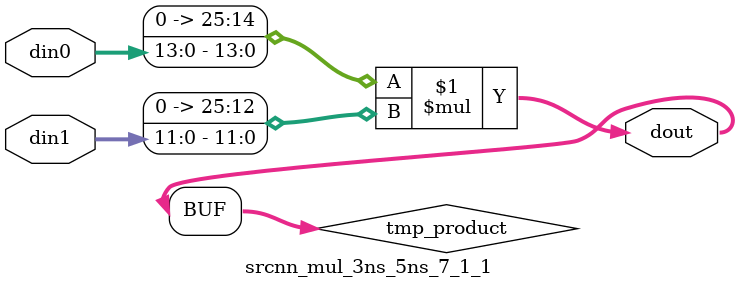
<source format=v>

`timescale 1 ns / 1 ps

  module srcnn_mul_3ns_5ns_7_1_1(din0, din1, dout);
parameter ID = 1;
parameter NUM_STAGE = 0;
parameter din0_WIDTH = 14;
parameter din1_WIDTH = 12;
parameter dout_WIDTH = 26;

input [din0_WIDTH - 1 : 0] din0; 
input [din1_WIDTH - 1 : 0] din1; 
output [dout_WIDTH - 1 : 0] dout;

wire signed [dout_WIDTH - 1 : 0] tmp_product;










assign tmp_product = $signed({1'b0, din0}) * $signed({1'b0, din1});











assign dout = tmp_product;







endmodule

</source>
